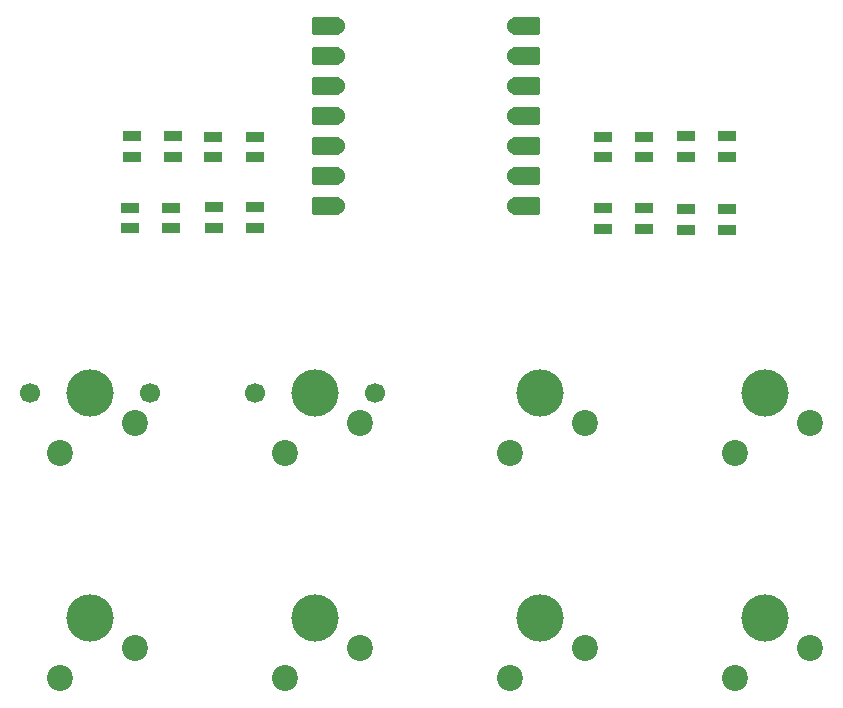
<source format=gbr>
%TF.GenerationSoftware,KiCad,Pcbnew,9.0.6*%
%TF.CreationDate,2025-12-07T16:29:36+00:00*%
%TF.ProjectId,flightsimhackpad,666c6967-6874-4736-996d-6861636b7061,rev?*%
%TF.SameCoordinates,Original*%
%TF.FileFunction,Soldermask,Top*%
%TF.FilePolarity,Negative*%
%FSLAX46Y46*%
G04 Gerber Fmt 4.6, Leading zero omitted, Abs format (unit mm)*
G04 Created by KiCad (PCBNEW 9.0.6) date 2025-12-07 16:29:36*
%MOMM*%
%LPD*%
G01*
G04 APERTURE LIST*
G04 Aperture macros list*
%AMRoundRect*
0 Rectangle with rounded corners*
0 $1 Rounding radius*
0 $2 $3 $4 $5 $6 $7 $8 $9 X,Y pos of 4 corners*
0 Add a 4 corners polygon primitive as box body*
4,1,4,$2,$3,$4,$5,$6,$7,$8,$9,$2,$3,0*
0 Add four circle primitives for the rounded corners*
1,1,$1+$1,$2,$3*
1,1,$1+$1,$4,$5*
1,1,$1+$1,$6,$7*
1,1,$1+$1,$8,$9*
0 Add four rect primitives between the rounded corners*
20,1,$1+$1,$2,$3,$4,$5,0*
20,1,$1+$1,$4,$5,$6,$7,0*
20,1,$1+$1,$6,$7,$8,$9,0*
20,1,$1+$1,$8,$9,$2,$3,0*%
G04 Aperture macros list end*
%ADD10C,4.000000*%
%ADD11C,2.200000*%
%ADD12R,1.600000X0.850000*%
%ADD13RoundRect,0.152400X1.063600X0.609600X-1.063600X0.609600X-1.063600X-0.609600X1.063600X-0.609600X0*%
%ADD14C,1.524000*%
%ADD15RoundRect,0.152400X-1.063600X-0.609600X1.063600X-0.609600X1.063600X0.609600X-1.063600X0.609600X0*%
%ADD16C,1.700000*%
G04 APERTURE END LIST*
D10*
%TO.C,SW7*%
X128746250Y-156845000D03*
D11*
X126206250Y-161925000D03*
X132556250Y-159385000D03*
%TD*%
D12*
%TO.C,D4*%
X97650000Y-117785000D03*
X97650000Y-116035000D03*
X94150000Y-116035000D03*
X94150000Y-117785000D03*
%TD*%
D13*
%TO.C,U1*%
X110607500Y-106680000D03*
D14*
X111442500Y-106680000D03*
D13*
X110607500Y-109220000D03*
D14*
X111442500Y-109220000D03*
D13*
X110607500Y-111760000D03*
D14*
X111442500Y-111760000D03*
D13*
X110607500Y-114300000D03*
D14*
X111442500Y-114300000D03*
D13*
X110607500Y-116840000D03*
D14*
X111442500Y-116840000D03*
D13*
X110607500Y-119380000D03*
D14*
X111442500Y-119380000D03*
D13*
X110607500Y-121920000D03*
D14*
X111442500Y-121920000D03*
X126682500Y-121920000D03*
D15*
X127517500Y-121920000D03*
D14*
X126682500Y-119380000D03*
D15*
X127517500Y-119380000D03*
D14*
X126682500Y-116840000D03*
D15*
X127517500Y-116840000D03*
D14*
X126682500Y-114300000D03*
D15*
X127517500Y-114300000D03*
D14*
X126682500Y-111760000D03*
D15*
X127517500Y-111760000D03*
D14*
X126682500Y-109220000D03*
D15*
X127517500Y-109220000D03*
D14*
X126682500Y-106680000D03*
D15*
X127517500Y-106680000D03*
%TD*%
D12*
%TO.C,D3*%
X97530000Y-123855000D03*
X97530000Y-122105000D03*
X94030000Y-122105000D03*
X94030000Y-123855000D03*
%TD*%
D10*
%TO.C,SW3*%
X128746250Y-137795000D03*
D11*
X126206250Y-142875000D03*
X132556250Y-140335000D03*
%TD*%
D10*
%TO.C,SW6*%
X109696250Y-156845000D03*
D11*
X107156250Y-161925000D03*
X113506250Y-159385000D03*
%TD*%
D12*
%TO.C,D6*%
X137570000Y-123900000D03*
X137570000Y-122150000D03*
X134070000Y-122150000D03*
X134070000Y-123900000D03*
%TD*%
D16*
%TO.C,SW2*%
X114776250Y-137795000D03*
D10*
X109696250Y-137795000D03*
D16*
X104616250Y-137795000D03*
D11*
X107156250Y-142875000D03*
X113506250Y-140335000D03*
%TD*%
D12*
%TO.C,D1*%
X137570000Y-117830000D03*
X137570000Y-116080000D03*
X134070000Y-116080000D03*
X134070000Y-117830000D03*
%TD*%
%TO.C,D2*%
X144570000Y-117815000D03*
X144570000Y-116065000D03*
X141070000Y-116065000D03*
X141070000Y-117815000D03*
%TD*%
%TO.C,D8*%
X104640000Y-123825000D03*
X104640000Y-122075000D03*
X101140000Y-122075000D03*
X101140000Y-123825000D03*
%TD*%
%TO.C,D7*%
X144570000Y-123955000D03*
X144570000Y-122205000D03*
X141070000Y-122205000D03*
X141070000Y-123955000D03*
%TD*%
D16*
%TO.C,SW1*%
X95726250Y-137795000D03*
D10*
X90646250Y-137795000D03*
D16*
X85566250Y-137795000D03*
D11*
X88106250Y-142875000D03*
X94456250Y-140335000D03*
%TD*%
D12*
%TO.C,D5*%
X104580000Y-117830000D03*
X104580000Y-116080000D03*
X101080000Y-116080000D03*
X101080000Y-117830000D03*
%TD*%
D10*
%TO.C,SW4*%
X147796250Y-137795000D03*
D11*
X145256250Y-142875000D03*
X151606250Y-140335000D03*
%TD*%
D10*
%TO.C,SW5*%
X90646250Y-156845000D03*
D11*
X88106250Y-161925000D03*
X94456250Y-159385000D03*
%TD*%
D10*
%TO.C,SW8*%
X147796250Y-156845000D03*
D11*
X145256250Y-161925000D03*
X151606250Y-159385000D03*
%TD*%
M02*

</source>
